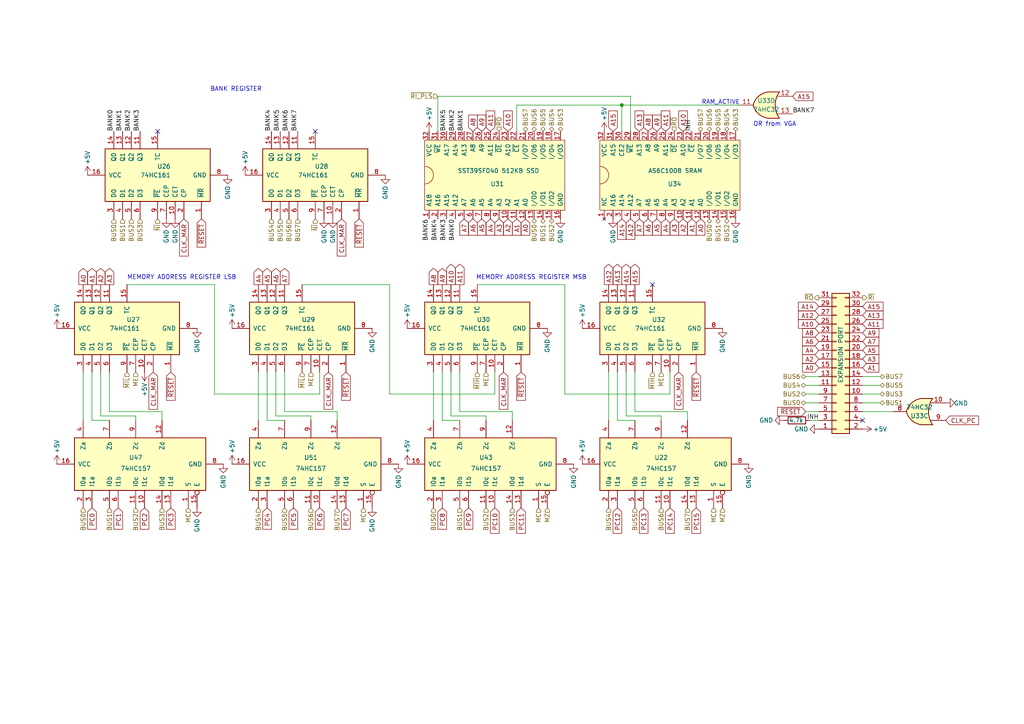
<source format=kicad_sch>
(kicad_sch (version 20231120) (generator "eeschema") (generator_version "8.0")
  (paper "A4")
  (title_block (title "RAM, ROM and MAR") (date "2024-10-10") (rev "1.1") (comment 2 "creativecommons.org/licenses/by-nc-sa/4.0/") (comment 3 "This work is licensed under CC BY-NC-SA 4.0") (comment 4 "Author: Carsten Herting (slu4)"))
  (lib_symbols
    (symbol "74xx:74LS157" (pin_names (offset 1.016))
      (property "Reference" "U" (at -7.62 19.05 0))
      (property "Value" "74LS157" (at -7.62 -21.59 0))
      (symbol "74LS157_1_0"
        (pin input line (at -12.7 -15.24 0) (length 5.08) (name "S") (number "1"))
        (pin input line (at -12.7 -2.54 0) (length 5.08) (name "I1c") (number "10"))
        (pin input line (at -12.7 0 0) (length 5.08) (name "I0c") (number "11"))
        (pin output line (at 12.7 -7.62 180) (length 5.08) (name "Zd") (number "12"))
        (pin input line (at -12.7 -10.16 0) (length 5.08) (name "I1d") (number "13"))
        (pin input line (at -12.7 -7.62 0) (length 5.08) (name "I0d") (number "14"))
        (pin input inverted (at -12.7 -17.78 0) (length 5.08) (name "E") (number "15"))
        (pin power_in line (at 0 22.86 270) (length 5.08) (name "VCC") (number "16"))
        (pin input line (at -12.7 15.24 0) (length 5.08) (name "I0a") (number "2"))
        (pin input line (at -12.7 12.7 0) (length 5.08) (name "I1a") (number "3"))
        (pin output line (at 12.7 15.24 180) (length 5.08) (name "Za") (number "4"))
        (pin input line (at -12.7 7.62 0) (length 5.08) (name "I0b") (number "5"))
        (pin input line (at -12.7 5.08 0) (length 5.08) (name "I1b") (number "6"))
        (pin output line (at 12.7 7.62 180) (length 5.08) (name "Zb") (number "7"))
        (pin power_in line (at 0 -25.4 90) (length 5.08) (name "GND") (number "8"))
        (pin output line (at 12.7 0 180) (length 5.08) (name "Zc") (number "9"))
      )
      (symbol "74LS157_1_1"
        (rectangle (start -7.62 17.78) (end 7.62 -20.32) (stroke (width 0.254)) (fill (type background)))
      )
    )
    (symbol "8-Bit CPU 32k:74HC161" (pin_names (offset 1.016))
      (property "Reference" "U" (at -7.62 16.51 0))
      (property "Value" "74HC161" (at -7.62 -16.51 0))
      (symbol "74HC161_1_0"
        (pin input line (at -12.7 -12.7 0) (length 5.08) (name "~{MR}") (number "1"))
        (pin input line (at -12.7 -5.08 0) (length 5.08) (name "CET") (number "10"))
        (pin output line (at 12.7 5.08 180) (length 5.08) (name "Q3") (number "11"))
        (pin output line (at 12.7 7.62 180) (length 5.08) (name "Q2") (number "12"))
        (pin output line (at 12.7 10.16 180) (length 5.08) (name "Q1") (number "13"))
        (pin output line (at 12.7 12.7 180) (length 5.08) (name "Q0") (number "14"))
        (pin output line (at 12.7 0 180) (length 5.08) (name "TC") (number "15"))
        (pin power_in line (at 0 20.32 270) (length 5.08) (name "VCC") (number "16"))
        (pin input line (at -12.7 -7.62 0) (length 5.08) (name "CP") (number "2"))
        (pin input line (at -12.7 12.7 0) (length 5.08) (name "D0") (number "3"))
        (pin input line (at -12.7 10.16 0) (length 5.08) (name "D1") (number "4"))
        (pin input line (at -12.7 7.62 0) (length 5.08) (name "D2") (number "5"))
        (pin input line (at -12.7 5.08 0) (length 5.08) (name "D3") (number "6"))
        (pin input line (at -12.7 -2.54 0) (length 5.08) (name "CEP") (number "7"))
        (pin power_in line (at 0 -20.32 90) (length 5.08) (name "GND") (number "8"))
        (pin input line (at -12.7 0 0) (length 5.08) (name "~{PE}") (number "9"))
      )
      (symbol "74HC161_1_1"
        (rectangle (start -7.62 15.24) (end 7.62 -15.24) (stroke (width 0.254)) (fill (type background)))
      )
    )
    (symbol "8-Bit CPU 32k:74HC32" (pin_names (offset 1.016))
      (property "Reference" "U" (at 0 1.27 0))
      (property "Value" "74HC32" (at 0 -1.27 0))
      (symbol "74HC32_1_1"
        (arc (start -3.81 -3.81) (mid -2.589 0) (end -3.81 3.81) (stroke (width 0.254)))
        (arc (start -0.6096 -3.81) (mid 2.1842 -2.5851) (end 3.81 0) (stroke (width 0.254)) (fill (type background)))
        (polyline (pts (xy -3.81 -3.81) (xy -0.635 -3.81)) (stroke (width 0.254)) (fill (type background)))
        (polyline (pts (xy -3.81 3.81) (xy -0.635 3.81)) (stroke (width 0.254)) (fill (type background)))
        (polyline (pts (xy -0.635 3.81) (xy -3.81 3.81) (xy -3.81 3.81) (xy -3.556 3.4036) (xy -3.0226 2.2606) (xy -2.6924 1.0414) (xy -2.6162 -0.254) (xy -2.7686 -1.4986) (xy -3.175 -2.7178) (xy -3.81 -3.81) (xy -3.81 -3.81) (xy -0.635 -3.81)) (stroke (width -25.4)) (fill (type background)))
        (arc (start 3.81 0) (mid 2.1915 2.5936) (end -0.6096 3.81) (stroke (width 0.254)) (fill (type background)))
        (pin input line (at -7.62 2.54 0) (length 4.318) (name "~") (number "1"))
        (pin input line (at -7.62 -2.54 0) (length 4.318) (name "~") (number "2"))
        (pin output line (at 7.62 0 180) (length 3.81) (name "~") (number "3"))
      )
      (symbol "74HC32_1_2"
        (arc (start 0 -3.81) (mid 3.7934 0) (end 0 3.81) (stroke (width 0.254)) (fill (type background)))
        (polyline (pts (xy 0 3.81) (xy -3.81 3.81) (xy -3.81 -3.81) (xy 0 -3.81)) (stroke (width 0.254)) (fill (type background)))
        (pin input inverted (at -7.62 2.54 0) (length 3.81) (name "~") (number "1"))
        (pin input inverted (at -7.62 -2.54 0) (length 3.81) (name "~") (number "2"))
        (pin output inverted (at 7.62 0 180) (length 3.81) (name "~") (number "3"))
      )
      (symbol "74HC32_2_1"
        (arc (start -3.81 -3.81) (mid -2.589 0) (end -3.81 3.81) (stroke (width 0.254)))
        (arc (start -0.6096 -3.81) (mid 2.1842 -2.5851) (end 3.81 0) (stroke (width 0.254)) (fill (type background)))
        (polyline (pts (xy -3.81 -3.81) (xy -0.635 -3.81)) (stroke (width 0.254)) (fill (type background)))
        (polyline (pts (xy -3.81 3.81) (xy -0.635 3.81)) (stroke (width 0.254)) (fill (type background)))
        (polyline (pts (xy -0.635 3.81) (xy -3.81 3.81) (xy -3.81 3.81) (xy -3.556 3.4036) (xy -3.0226 2.2606) (xy -2.6924 1.0414) (xy -2.6162 -0.254) (xy -2.7686 -1.4986) (xy -3.175 -2.7178) (xy -3.81 -3.81) (xy -3.81 -3.81) (xy -0.635 -3.81)) (stroke (width -25.4)) (fill (type background)))
        (arc (start 3.81 0) (mid 2.1915 2.5936) (end -0.6096 3.81) (stroke (width 0.254)) (fill (type background)))
        (pin input line (at -7.62 2.54 0) (length 4.318) (name "~") (number "4"))
        (pin input line (at -7.62 -2.54 0) (length 4.318) (name "~") (number "5"))
        (pin output line (at 7.62 0 180) (length 3.81) (name "~") (number "6"))
      )
      (symbol "74HC32_2_2"
        (arc (start 0 -3.81) (mid 3.7934 0) (end 0 3.81) (stroke (width 0.254)) (fill (type background)))
        (polyline (pts (xy 0 3.81) (xy -3.81 3.81) (xy -3.81 -3.81) (xy 0 -3.81)) (stroke (width 0.254)) (fill (type background)))
        (pin input inverted (at -7.62 2.54 0) (length 3.81) (name "~") (number "4"))
        (pin input inverted (at -7.62 -2.54 0) (length 3.81) (name "~") (number "5"))
        (pin output inverted (at 7.62 0 180) (length 3.81) (name "~") (number "6"))
      )
      (symbol "74HC32_3_1"
        (arc (start -3.81 -3.81) (mid -2.589 0) (end -3.81 3.81) (stroke (width 0.254)))
        (arc (start -0.6096 -3.81) (mid 2.1842 -2.5851) (end 3.81 0) (stroke (width 0.254)) (fill (type background)))
        (polyline (pts (xy -3.81 -3.81) (xy -0.635 -3.81)) (stroke (width 0.254)) (fill (type background)))
        (polyline (pts (xy -3.81 3.81) (xy -0.635 3.81)) (stroke (width 0.254)) (fill (type background)))
        (polyline (pts (xy -0.635 3.81) (xy -3.81 3.81) (xy -3.81 3.81) (xy -3.556 3.4036) (xy -3.0226 2.2606) (xy -2.6924 1.0414) (xy -2.6162 -0.254) (xy -2.7686 -1.4986) (xy -3.175 -2.7178) (xy -3.81 -3.81) (xy -3.81 -3.81) (xy -0.635 -3.81)) (stroke (width -25.4)) (fill (type background)))
        (arc (start 3.81 0) (mid 2.1915 2.5936) (end -0.6096 3.81) (stroke (width 0.254)) (fill (type background)))
        (pin input line (at -7.62 -2.54 0) (length 4.318) (name "~") (number "10"))
        (pin output line (at 7.62 0 180) (length 3.81) (name "~") (number "8"))
        (pin input line (at -7.62 2.54 0) (length 4.318) (name "~") (number "9"))
      )
      (symbol "74HC32_3_2"
        (arc (start 0 -3.81) (mid 3.7934 0) (end 0 3.81) (stroke (width 0.254)) (fill (type background)))
        (polyline (pts (xy 0 3.81) (xy -3.81 3.81) (xy -3.81 -3.81) (xy 0 -3.81)) (stroke (width 0.254)) (fill (type background)))
        (pin input inverted (at -7.62 -2.54 0) (length 3.81) (name "~") (number "10"))
        (pin output inverted (at 7.62 0 180) (length 3.81) (name "~") (number "8"))
        (pin input inverted (at -7.62 2.54 0) (length 3.81) (name "~") (number "9"))
      )
      (symbol "74HC32_4_1"
        (arc (start -3.81 -3.81) (mid -2.589 0) (end -3.81 3.81) (stroke (width 0.254)))
        (arc (start -0.6096 -3.81) (mid 2.1842 -2.5851) (end 3.81 0) (stroke (width 0.254)) (fill (type background)))
        (polyline (pts (xy -3.81 -3.81) (xy -0.635 -3.81)) (stroke (width 0.254)) (fill (type background)))
        (polyline (pts (xy -3.81 3.81) (xy -0.635 3.81)) (stroke (width 0.254)) (fill (type background)))
        (polyline (pts (xy -0.635 3.81) (xy -3.81 3.81) (xy -3.81 3.81) (xy -3.556 3.4036) (xy -3.0226 2.2606) (xy -2.6924 1.0414) (xy -2.6162 -0.254) (xy -2.7686 -1.4986) (xy -3.175 -2.7178) (xy -3.81 -3.81) (xy -3.81 -3.81) (xy -0.635 -3.81)) (stroke (width -25.4)) (fill (type background)))
        (arc (start 3.81 0) (mid 2.1915 2.5936) (end -0.6096 3.81) (stroke (width 0.254)) (fill (type background)))
        (pin output line (at 7.62 0 180) (length 3.81) (name "~") (number "11"))
        (pin input line (at -7.62 2.54 0) (length 4.318) (name "~") (number "12"))
        (pin input line (at -7.62 -2.54 0) (length 4.318) (name "~") (number "13"))
      )
      (symbol "74HC32_4_2"
        (arc (start 0 -3.81) (mid 3.7934 0) (end 0 3.81) (stroke (width 0.254)) (fill (type background)))
        (polyline (pts (xy 0 3.81) (xy -3.81 3.81) (xy -3.81 -3.81) (xy 0 -3.81)) (stroke (width 0.254)) (fill (type background)))
        (pin output inverted (at 7.62 0 180) (length 3.81) (name "~") (number "11"))
        (pin input inverted (at -7.62 2.54 0) (length 3.81) (name "~") (number "12"))
        (pin input inverted (at -7.62 -2.54 0) (length 3.81) (name "~") (number "13"))
      )
      (symbol "74HC32_5_0"
        (pin power_in line (at 0 12.7 270) (length 5.08) (name "VCC") (number "14"))
        (pin power_in line (at 0 -12.7 90) (length 5.08) (name "GND") (number "7"))
      )
      (symbol "74HC32_5_1"
        (rectangle (start -5.08 7.62) (end 5.08 -7.62) (stroke (width 0.254)) (fill (type background)))
      )
    )
    (symbol "8-Bit CPU 32k:AS6C1008" (pin_names (offset 1.016))
      (property "Reference" "U" (at -1.27 2.54 90))
      (property "Value" "AS6C1008" (at 2.54 2.54 90))
      (symbol "AS6C1008_0_1"
        (rectangle (start -10.16 24.13) (end 10.16 -16.51) (fill (type background)))
        (arc (start -2.54 24.13) (mid 0 21.601) (end 2.54 24.13))
      )
      (symbol "AS6C1008_1_1"
        (pin no_connect line (at -12.7 22.86 0) (length 2.54) (name "NC") (number "1"))
        (pin input line (at -12.7 0 0) (length 2.54) (name "A2") (number "10"))
        (pin input line (at -12.7 -2.54 0) (length 2.54) (name "A1") (number "11"))
        (pin input line (at -12.7 -5.08 0) (length 2.54) (name "A0") (number "12"))
        (pin bidirectional line (at -12.7 -7.62 0) (length 2.54) (name "I/O0") (number "13"))
        (pin bidirectional line (at -12.7 -10.16 0) (length 2.54) (name "I/O1") (number "14"))
        (pin bidirectional line (at -12.7 -12.7 0) (length 2.54) (name "I/O2") (number "15"))
        (pin power_in line (at -12.7 -15.24 0) (length 2.54) (name "GND") (number "16"))
        (pin bidirectional line (at 12.7 -15.24 180) (length 2.54) (name "I/O3") (number "17"))
        (pin bidirectional line (at 12.7 -12.7 180) (length 2.54) (name "I/O4") (number "18"))
        (pin bidirectional line (at 12.7 -10.16 180) (length 2.54) (name "I/O5") (number "19"))
        (pin input line (at -12.7 20.32 0) (length 2.54) (name "A16") (number "2"))
        (pin bidirectional line (at 12.7 -7.62 180) (length 2.54) (name "I/O6") (number "20"))
        (pin bidirectional line (at 12.7 -5.08 180) (length 2.54) (name "I/O7") (number "21"))
        (pin input line (at 12.7 -2.54 180) (length 2.54) (name "~{CE}") (number "22"))
        (pin input line (at 12.7 0 180) (length 2.54) (name "A10") (number "23"))
        (pin input line (at 12.7 2.54 180) (length 2.54) (name "~{OE}") (number "24"))
        (pin input line (at 12.7 5.08 180) (length 2.54) (name "A11") (number "25"))
        (pin input line (at 12.7 7.62 180) (length 2.54) (name "A9") (number "26"))
        (pin input line (at 12.7 10.16 180) (length 2.54) (name "A8") (number "27"))
        (pin input line (at 12.7 12.7 180) (length 2.54) (name "A13") (number "28"))
        (pin input line (at 12.7 15.24 180) (length 2.54) (name "~{WE}") (number "29"))
        (pin input line (at -12.7 17.78 0) (length 2.54) (name "A14") (number "3"))
        (pin input line (at 12.7 17.78 180) (length 2.54) (name "CE2") (number "30"))
        (pin input line (at 12.7 20.32 180) (length 2.54) (name "A15") (number "31"))
        (pin power_in line (at 12.7 22.86 180) (length 2.54) (name "VCC") (number "32"))
        (pin input line (at -12.7 15.24 0) (length 2.54) (name "A12") (number "4"))
        (pin input line (at -12.7 12.7 0) (length 2.54) (name "A7") (number "5"))
        (pin input line (at -12.7 10.16 0) (length 2.54) (name "A6") (number "6"))
        (pin input line (at -12.7 7.62 0) (length 2.54) (name "A5") (number "7"))
        (pin input line (at -12.7 5.08 0) (length 2.54) (name "A4") (number "8"))
        (pin input line (at -12.7 2.54 0) (length 2.54) (name "A3") (number "9"))
      )
    )
    (symbol "8-Bit CPU 32k:SST39SF040A" (pin_names (offset 1.016))
      (property "Reference" "U" (at -1.27 2.54 90))
      (property "Value" "SST39SF040A" (at 2.54 2.54 90))
      (symbol "SST39SF040A_0_1"
        (rectangle (start -10.16 24.13) (end 10.16 -16.51) (fill (type background)))
        (arc (start -2.54 24.13) (mid 0 21.601) (end 2.54 24.13))
      )
      (symbol "SST39SF040A_1_1"
        (pin input line (at -12.7 22.86 0) (length 2.54) (name "A18") (number "1"))
        (pin input line (at -12.7 0 0) (length 2.54) (name "A2") (number "10"))
        (pin input line (at -12.7 -2.54 0) (length 2.54) (name "A1") (number "11"))
        (pin input line (at -12.7 -5.08 0) (length 2.54) (name "A0") (number "12"))
        (pin bidirectional line (at -12.7 -7.62 0) (length 2.54) (name "I/O0") (number "13"))
        (pin bidirectional line (at -12.7 -10.16 0) (length 2.54) (name "I/O1") (number "14"))
        (pin bidirectional line (at -12.7 -12.7 0) (length 2.54) (name "I/O2") (number "15"))
        (pin power_in line (at -12.7 -15.24 0) (length 2.54) (name "GND") (number "16"))
        (pin bidirectional line (at 12.7 -15.24 180) (length 2.54) (name "I/O3") (number "17"))
        (pin bidirectional line (at 12.7 -12.7 180) (length 2.54) (name "I/O4") (number "18"))
        (pin bidirectional line (at 12.7 -10.16 180) (length 2.54) (name "I/O5") (number "19"))
        (pin input line (at -12.7 20.32 0) (length 2.54) (name "A16") (number "2"))
        (pin bidirectional line (at 12.7 -7.62 180) (length 2.54) (name "I/O6") (number "20"))
        (pin bidirectional line (at 12.7 -5.08 180) (length 2.54) (name "I/O7") (number "21"))
        (pin input line (at 12.7 -2.54 180) (length 2.54) (name "~{CE}") (number "22"))
        (pin input line (at 12.7 0 180) (length 2.54) (name "A10") (number "23"))
        (pin input line (at 12.7 2.54 180) (length 2.54) (name "~{OE}") (number "24"))
        (pin input line (at 12.7 5.08 180) (length 2.54) (name "A11") (number "25"))
        (pin input line (at 12.7 7.62 180) (length 2.54) (name "A9") (number "26"))
        (pin input line (at 12.7 10.16 180) (length 2.54) (name "A8") (number "27"))
        (pin input line (at 12.7 12.7 180) (length 2.54) (name "A13") (number "28"))
        (pin input line (at 12.7 15.24 180) (length 2.54) (name "A14") (number "29"))
        (pin input line (at -12.7 17.78 0) (length 2.54) (name "A15") (number "3"))
        (pin input line (at 12.7 17.78 180) (length 2.54) (name "A17") (number "30"))
        (pin input line (at 12.7 20.32 180) (length 2.54) (name "~{WE}") (number "31"))
        (pin power_in line (at 12.7 22.86 180) (length 2.54) (name "VCC") (number "32"))
        (pin input line (at -12.7 15.24 0) (length 2.54) (name "A12") (number "4"))
        (pin input line (at -12.7 12.7 0) (length 2.54) (name "A7") (number "5"))
        (pin input line (at -12.7 10.16 0) (length 2.54) (name "A6") (number "6"))
        (pin input line (at -12.7 7.62 0) (length 2.54) (name "A5") (number "7"))
        (pin input line (at -12.7 5.08 0) (length 2.54) (name "A4") (number "8"))
        (pin input line (at -12.7 2.54 0) (length 2.54) (name "A3") (number "9"))
      )
    )
    (symbol "Connector_Generic:Conn_02x16_Odd_Even" (pin_names (offset 1.016) hide)
      (property "Reference" "J" (at 1.27 20.32 0))
      (property "Value" "Conn_02x16_Odd_Even" (at 1.27 -22.86 0))
      (symbol "Conn_02x16_Odd_Even_1_1"
        (rectangle (start -1.27 -20.193) (end 0 -20.447) (stroke (width 0.1524)))
        (rectangle (start -1.27 -17.653) (end 0 -17.907) (stroke (width 0.1524)))
        (rectangle (start -1.27 -15.113) (end 0 -15.367) (stroke (width 0.1524)))
        (rectangle (start -1.27 -12.573) (end 0 -12.827) (stroke (width 0.1524)))
        (rectangle (start -1.27 -10.033) (end 0 -10.287) (stroke (width 0.1524)))
        (rectangle (start -1.27 -7.493) (end 0 -7.747) (stroke (width 0.1524)))
        (rectangle (start -1.27 -4.953) (end 0 -5.207) (stroke (width 0.1524)))
        (rectangle (start -1.27 -2.413) (end 0 -2.667) (stroke (width 0.1524)))
        (rectangle (start -1.27 0.127) (end 0 -0.127) (stroke (width 0.1524)))
        (rectangle (start -1.27 2.667) (end 0 2.413) (stroke (width 0.1524)))
        (rectangle (start -1.27 5.207) (end 0 4.953) (stroke (width 0.1524)))
        (rectangle (start -1.27 7.747) (end 0 7.493) (stroke (width 0.1524)))
        (rectangle (start -1.27 10.287) (end 0 10.033) (stroke (width 0.1524)))
        (rectangle (start -1.27 12.827) (end 0 12.573) (stroke (width 0.1524)))
        (rectangle (start -1.27 15.367) (end 0 15.113) (stroke (width 0.1524)))
        (rectangle (start -1.27 17.907) (end 0 17.653) (stroke (width 0.1524)))
        (rectangle (start -1.27 19.05) (end 3.81 -21.59) (stroke (width 0.254)) (fill (type background)))
        (rectangle (start 3.81 -20.193) (end 2.54 -20.447) (stroke (width 0.1524)))
        (rectangle (start 3.81 -17.653) (end 2.54 -17.907) (stroke (width 0.1524)))
        (rectangle (start 3.81 -15.113) (end 2.54 -15.367) (stroke (width 0.1524)))
        (rectangle (start 3.81 -12.573) (end 2.54 -12.827) (stroke (width 0.1524)))
        (rectangle (start 3.81 -10.033) (end 2.54 -10.287) (stroke (width 0.1524)))
        (rectangle (start 3.81 -7.493) (end 2.54 -7.747) (stroke (width 0.1524)))
        (rectangle (start 3.81 -4.953) (end 2.54 -5.207) (stroke (width 0.1524)))
        (rectangle (start 3.81 -2.413) (end 2.54 -2.667) (stroke (width 0.1524)))
        (rectangle (start 3.81 0.127) (end 2.54 -0.127) (stroke (width 0.1524)))
        (rectangle (start 3.81 2.667) (end 2.54 2.413) (stroke (width 0.1524)))
        (rectangle (start 3.81 5.207) (end 2.54 4.953) (stroke (width 0.1524)))
        (rectangle (start 3.81 7.747) (end 2.54 7.493) (stroke (width 0.1524)))
        (rectangle (start 3.81 10.287) (end 2.54 10.033) (stroke (width 0.1524)))
        (rectangle (start 3.81 12.827) (end 2.54 12.573) (stroke (width 0.1524)))
        (rectangle (start 3.81 15.367) (end 2.54 15.113) (stroke (width 0.1524)))
        (rectangle (start 3.81 17.907) (end 2.54 17.653) (stroke (width 0.1524)))
        (pin passive line (at -5.08 17.78 0) (length 3.81) (name "Pin_1") (number "1"))
        (pin passive line (at 7.62 7.62 180) (length 3.81) (name "Pin_10") (number "10"))
        (pin passive line (at -5.08 5.08 0) (length 3.81) (name "Pin_11") (number "11"))
        (pin passive line (at 7.62 5.08 180) (length 3.81) (name "Pin_12") (number "12"))
        (pin passive line (at -5.08 2.54 0) (length 3.81) (name "Pin_13") (number "13"))
        (pin passive line (at 7.62 2.54 180) (length 3.81) (name "Pin_14") (number "14"))
        (pin passive line (at -5.08 0 0) (length 3.81) (name "Pin_15") (number "15"))
        (pin passive line (at 7.62 0 180) (length 3.81) (name "Pin_16") (number "16"))
        (pin passive line (at -5.08 -2.54 0) (length 3.81) (name "Pin_17") (number "17"))
        (pin passive line (at 7.62 -2.54 180) (length 3.81) (name "Pin_18") (number "18"))
        (pin passive line (at -5.08 -5.08 0) (length 3.81) (name "Pin_19") (number "19"))
        (pin passive line (at 7.62 17.78 180) (length 3.81) (name "Pin_2") (number "2"))
        (pin passive line (at 7.62 -5.08 180) (length 3.81) (name "Pin_20") (number "20"))
        (pin passive line (at -5.08 -7.62 0) (length 3.81) (name "Pin_21") (number "21"))
        (pin passive line (at 7.62 -7.62 180) (length 3.81) (name "Pin_22") (number "22"))
        (pin passive line (at -5.08 -10.16 0) (length 3.81) (name "Pin_23") (number "23"))
        (pin passive line (at 7.62 -10.16 180) (length 3.81) (name "Pin_24") (number "24"))
        (pin passive line (at -5.08 -12.7 0) (length 3.81) (name "Pin_25") (number "25"))
        (pin passive line (at 7.62 -12.7 180) (length 3.81) (name "Pin_26") (number "26"))
        (pin passive line (at -5.08 -15.24 0) (length 3.81) (name "Pin_27") (number "27"))
        (pin passive line (at 7.62 -15.24 180) (length 3.81) (name "Pin_28") (number "28"))
        (pin passive line (at -5.08 -17.78 0) (length 3.81) (name "Pin_29") (number "29"))
        (pin passive line (at -5.08 15.24 0) (length 3.81) (name "Pin_3") (number "3"))
        (pin passive line (at 7.62 -17.78 180) (length 3.81) (name "Pin_30") (number "30"))
        (pin passive line (at -5.08 -20.32 0) (length 3.81) (name "Pin_31") (number "31"))
        (pin passive line (at 7.62 -20.32 180) (length 3.81) (name "Pin_32") (number "32"))
        (pin passive line (at 7.62 15.24 180) (length 3.81) (name "Pin_4") (number "4"))
        (pin passive line (at -5.08 12.7 0) (length 3.81) (name "Pin_5") (number "5"))
        (pin passive line (at 7.62 12.7 180) (length 3.81) (name "Pin_6") (number "6"))
        (pin passive line (at -5.08 10.16 0) (length 3.81) (name "Pin_7") (number "7"))
        (pin passive line (at 7.62 10.16 180) (length 3.81) (name "Pin_8") (number "8"))
        (pin passive line (at -5.08 7.62 0) (length 3.81) (name "Pin_9") (number "9"))
      )
    )
    (symbol "Device:R" (pin_numbers hide) (pin_names (offset 0))
      (property "Reference" "R" (at 2.032 0 90))
      (property "Value" "R" (at 0 0 90))
      (symbol "R_0_1"
        (rectangle (start -1.016 -2.54) (end 1.016 2.54) (stroke (width 0.254)))
      )
      (symbol "R_1_1"
        (pin passive line (at 0 3.81 270) (length 1.27) (name "~") (number "1"))
        (pin passive line (at 0 -3.81 90) (length 1.27) (name "~") (number "2"))
      )
    )
    (symbol "power:+5V" (power) (pin_names (offset 0))
      (property "Value" "+5V" (at 0 3.556 0))
      (symbol "+5V_0_1"
        (polyline (pts (xy -0.762 1.27) (xy 0 2.54)))
        (polyline (pts (xy 0 0) (xy 0 2.54)))
        (polyline (pts (xy 0 2.54) (xy 0.762 1.27)))
      )
      (symbol "+5V_1_1"
        (pin power_in line (at 0 0 90) (length 0) hide (name "+5V") (number "1"))
      )
    )
    (symbol "power:GND" (power) (pin_names (offset 0))
      (property "Value" "GND" (at 0 -3.81 0))
      (symbol "GND_0_1"
        (polyline (pts (xy 0 0) (xy 0 -1.27) (xy 1.27 -1.27) (xy 0 -2.54) (xy -1.27 -1.27) (xy 0 -1.27)))
      )
      (symbol "GND_1_1"
        (pin power_in line (at 0 0 270) (length 0) hide (name "GND") (number "1"))
      )
    )
  )
  (junction (at 180.34 30.48))
  (no_connect (at 250.19 121.92))
  (no_connect (at 45.72 38.1))
  (no_connect (at 189.23 82.55))
  (no_connect (at 91.44 38.1))
  (wire (pts (xy 138.43 82.55) (xy 163.83 82.55)))
  (wire (pts (xy 140.97 121.92) (xy 140.97 120.65)))
  (wire (pts (xy 233.68 109.22) (xy 237.49 109.22)))
  (wire (pts (xy 24.13 121.92) (xy 24.13 107.95)))
  (wire (pts (xy 127 27.94) (xy 182.88 27.94)))
  (wire (pts (xy 133.35 107.95) (xy 133.35 119.38)))
  (wire (pts (xy 90.17 120.65) (xy 80.01 120.65)))
  (wire (pts (xy 181.61 120.65) (xy 181.61 107.95)))
  (wire (pts (xy 184.15 119.38) (xy 199.39 119.38)))
  (wire (pts (xy 250.19 111.76) (xy 255.27 111.76)))
  (wire (pts (xy 259.08 119.38) (xy 250.19 119.38)))
  (wire (pts (xy 92.71 114.3) (xy 92.71 107.95)))
  (wire (pts (xy 250.19 109.22) (xy 255.27 109.22)))
  (wire (pts (xy 234.95 121.92) (xy 237.49 121.92)))
  (wire (pts (xy 149.86 30.48) (xy 180.34 30.48)))
  (wire (pts (xy 113.03 114.3) (xy 143.51 114.3)))
  (wire (pts (xy 29.21 120.65) (xy 29.21 107.95)))
  (wire (pts (xy 130.81 120.65) (xy 130.81 107.95)))
  (wire (pts (xy 255.27 114.3) (xy 250.19 114.3)))
  (wire (pts (xy 133.35 119.38) (xy 148.59 119.38)))
  (wire (pts (xy 82.55 119.38) (xy 97.79 119.38)))
  (wire (pts (xy 180.34 38.1) (xy 180.34 30.48)))
  (wire (pts (xy 31.75 119.38) (xy 46.99 119.38)))
  (wire (pts (xy 74.93 121.92) (xy 74.93 107.95)))
  (wire (pts (xy 82.55 107.95) (xy 82.55 119.38)))
  (wire (pts (xy 62.23 82.55) (xy 62.23 114.3)))
  (wire (pts (xy 148.59 119.38) (xy 148.59 121.92)))
  (wire (pts (xy 97.79 119.38) (xy 97.79 121.92)))
  (wire (pts (xy 182.88 27.94) (xy 182.88 38.1)))
  (wire (pts (xy 113.03 114.3) (xy 113.03 82.55)))
  (wire (pts (xy 127 27.94) (xy 127 38.1)))
  (wire (pts (xy 163.83 114.3) (xy 194.31 114.3)))
  (wire (pts (xy 46.99 119.38) (xy 46.99 121.92)))
  (wire (pts (xy 125.73 121.92) (xy 125.73 107.95)))
  (wire (pts (xy 191.77 120.65) (xy 181.61 120.65)))
  (wire (pts (xy 194.31 114.3) (xy 194.31 107.95)))
  (wire (pts (xy 62.23 114.3) (xy 92.71 114.3)))
  (wire (pts (xy 80.01 120.65) (xy 80.01 107.95)))
  (wire (pts (xy 39.37 120.65) (xy 29.21 120.65)))
  (wire (pts (xy 77.47 121.92) (xy 77.47 107.95)))
  (wire (pts (xy 90.17 121.92) (xy 90.17 120.65)))
  (wire (pts (xy 179.07 121.92) (xy 179.07 107.95)))
  (wire (pts (xy 87.63 82.55) (xy 113.03 82.55)))
  (wire (pts (xy 199.39 119.38) (xy 199.39 121.92)))
  (wire (pts (xy 128.27 121.92) (xy 128.27 107.95)))
  (wire (pts (xy 143.51 114.3) (xy 143.51 107.95)))
  (wire (pts (xy 133.35 121.92) (xy 128.27 121.92)))
  (wire (pts (xy 31.75 107.95) (xy 31.75 119.38)))
  (wire (pts (xy 82.55 121.92) (xy 77.47 121.92)))
  (wire (pts (xy 180.34 30.48) (xy 214.63 30.48)))
  (wire (pts (xy 31.75 121.92) (xy 26.67 121.92)))
  (wire (pts (xy 237.49 111.76) (xy 233.68 111.76)))
  (wire (pts (xy 163.83 82.55) (xy 163.83 114.3)))
  (wire (pts (xy 237.49 114.3) (xy 233.68 114.3)))
  (wire (pts (xy 176.53 121.92) (xy 176.53 107.95)))
  (wire (pts (xy 191.77 121.92) (xy 191.77 120.65)))
  (wire (pts (xy 149.86 30.48) (xy 149.86 38.1)))
  (wire (pts (xy 184.15 107.95) (xy 184.15 119.38)))
  (wire (pts (xy 184.15 121.92) (xy 179.07 121.92)))
  (wire (pts (xy 233.68 119.38) (xy 237.49 119.38)))
  (wire (pts (xy 39.37 121.92) (xy 39.37 120.65)))
  (wire (pts (xy 140.97 120.65) (xy 130.81 120.65)))
  (wire (pts (xy 36.83 82.55) (xy 62.23 82.55)))
  (wire (pts (xy 26.67 121.92) (xy 26.67 107.95)))
  (wire (pts (xy 250.19 116.84) (xy 255.27 116.84)))
  (wire (pts (xy 237.49 116.84) (xy 233.68 116.84)))
  (text "MEMORY ADDRESS REGISTER MSB" (at 170.18 81.28 0) (effects (font (size 1.27 1.27)) (justify right bottom)))
  (text "OR from VGA" (at 218.44 36.83 0) (effects (font (size 1.27 1.27)) (justify left bottom)))
  (text "MEMORY ADDRESS REGISTER LSB" (at 68.58 81.28 0) (effects (font (size 1.27 1.27)) (justify right bottom)))
  (text "RAM_ACTIVE" (at 214.63 30.48 0) (effects (font (size 1.27 1.27)) (justify right bottom)))
  (text "BANK REGISTER" (at 60.96 26.67 0) (effects (font (size 1.27 1.27)) (justify left bottom)))
  (label "BANK4" (at 127 63.5 270))
  (label "BANK4" (at 78.74 38.1 90))
  (label "BANK5" (at 129.54 38.1 90))
  (label "BANK3" (at 40.64 38.1 90))
  (label "INH" (at 200.66 38.1 90))
  (label "BANK1" (at 35.56 38.1 90))
  (label "BANK0" (at 132.08 63.5 270))
  (label "BANK7" (at 86.36 38.1 90))
  (label "BANK2" (at 38.1 38.1 90))
  (label "BANK0" (at 33.02 38.1 90))
  (label "BANK7" (at 229.87 33.02 0))
  (label "INH" (at 237.49 121.92 180))
  (label "BANK6" (at 124.46 63.5 270))
  (label "BANK1" (at 134.62 38.1 90))
  (label "BANK5" (at 81.28 38.1 90))
  (label "BANK6" (at 83.82 38.1 90))
  (label "BANK3" (at 129.54 63.5 270))
  (label "BANK2" (at 132.08 38.1 90))
  (global_label "A12" (shape output) (at 176.53 82.55 90) (property "Intersheetrefs" "${INTERSHEET_REFS}" (effects (hide yes))))
  (global_label "A12" (shape input) (at 182.88 63.5 270) (property "Intersheetrefs" "${INTERSHEET_REFS}" (effects (hide yes))))
  (global_label "A2" (shape output) (at 29.21 82.55 90) (property "Intersheetrefs" "${INTERSHEET_REFS}" (effects (hide yes))))
  (global_label "PC1" (shape input) (at 34.29 147.32 270) (property "Intersheetrefs" "${INTERSHEET_REFS}" (effects (hide yes))))
  (global_label "A12" (shape input) (at 237.49 91.44 180) (property "Intersheetrefs" "${INTERSHEET_REFS}" (effects (hide yes))))
  (global_label "PC0" (shape input) (at 26.67 147.32 270) (property "Intersheetrefs" "${INTERSHEET_REFS}" (effects (hide yes))))
  (global_label "A15" (shape output) (at 184.15 82.55 90) (property "Intersheetrefs" "${INTERSHEET_REFS}" (effects (hide yes))))
  (global_label "PC12" (shape input) (at 179.07 147.32 270) (property "Intersheetrefs" "${INTERSHEET_REFS}" (effects (hide yes))))
  (global_label "A8" (shape input) (at 187.96 38.1 90) (property "Intersheetrefs" "${INTERSHEET_REFS}" (effects (hide yes))))
  (global_label "A13" (shape input) (at 185.42 38.1 90) (property "Intersheetrefs" "${INTERSHEET_REFS}" (effects (hide yes))))
  (global_label "A1" (shape input) (at 250.19 106.68 0) (property "Intersheetrefs" "${INTERSHEET_REFS}" (effects (hide yes))))
  (global_label "A8" (shape input) (at 137.16 38.1 90) (property "Intersheetrefs" "${INTERSHEET_REFS}" (effects (hide yes))))
  (global_label "PC13" (shape input) (at 186.69 147.32 270) (property "Intersheetrefs" "${INTERSHEET_REFS}" (effects (hide yes))))
  (global_label "A11" (shape input) (at 193.04 38.1 90) (property "Intersheetrefs" "${INTERSHEET_REFS}" (effects (hide yes))))
  (global_label "A1" (shape output) (at 26.67 82.55 90) (property "Intersheetrefs" "${INTERSHEET_REFS}" (effects (hide yes))))
  (global_label "A0" (shape input) (at 237.49 106.68 180) (property "Intersheetrefs" "${INTERSHEET_REFS}" (effects (hide yes))))
  (global_label "A9" (shape output) (at 128.27 82.55 90) (property "Intersheetrefs" "${INTERSHEET_REFS}" (effects (hide yes))))
  (global_label "A10" (shape input) (at 147.32 38.1 90) (property "Intersheetrefs" "${INTERSHEET_REFS}" (effects (hide yes))))
  (global_label "CLK_MAR" (shape input) (at 53.34 63.5 270) (property "Intersheetrefs" "${INTERSHEET_REFS}" (effects (hide yes))))
  (global_label "PC5" (shape input) (at 85.09 147.32 270) (property "Intersheetrefs" "${INTERSHEET_REFS}" (effects (hide yes))))
  (global_label "A0" (shape input) (at 203.2 63.5 270) (property "Intersheetrefs" "${INTERSHEET_REFS}" (effects (hide yes))))
  (global_label "CLK_MAR" (shape input) (at 196.85 107.95 270) (property "Intersheetrefs" "${INTERSHEET_REFS}" (effects (hide yes))))
  (global_label "A13" (shape output) (at 179.07 82.55 90) (property "Intersheetrefs" "${INTERSHEET_REFS}" (effects (hide yes))))
  (global_label "PC7" (shape input) (at 100.33 147.32 270) (property "Intersheetrefs" "${INTERSHEET_REFS}" (effects (hide yes))))
  (global_label "CLK_MAR" (shape input) (at 146.05 107.95 270) (property "Intersheetrefs" "${INTERSHEET_REFS}" (effects (hide yes))))
  (global_label "A6" (shape input) (at 237.49 99.06 180) (property "Intersheetrefs" "${INTERSHEET_REFS}" (effects (hide yes))))
  (global_label "~{RESET}" (shape input) (at 151.13 107.95 270) (property "Intersheetrefs" "${INTERSHEET_REFS}" (effects (hide yes))))
  (global_label "A2" (shape input) (at 147.32 63.5 270) (property "Intersheetrefs" "${INTERSHEET_REFS}" (effects (hide yes))))
  (global_label "PC15" (shape input) (at 201.93 147.32 270) (property "Intersheetrefs" "${INTERSHEET_REFS}" (effects (hide yes))))
  (global_label "A7" (shape input) (at 185.42 63.5 270) (property "Intersheetrefs" "${INTERSHEET_REFS}" (effects (hide yes))))
  (global_label "A9" (shape input) (at 190.5 38.1 90) (property "Intersheetrefs" "${INTERSHEET_REFS}" (effects (hide yes))))
  (global_label "A10" (shape input) (at 237.49 93.98 180) (property "Intersheetrefs" "${INTERSHEET_REFS}" (effects (hide yes))))
  (global_label "A4" (shape input) (at 237.49 101.6 180) (property "Intersheetrefs" "${INTERSHEET_REFS}" (effects (hide yes))))
  (global_label "PC14" (shape input) (at 194.31 147.32 270) (property "Intersheetrefs" "${INTERSHEET_REFS}" (effects (hide yes))))
  (global_label "A0" (shape output) (at 24.13 82.55 90) (property "Intersheetrefs" "${INTERSHEET_REFS}" (effects (hide yes))))
  (global_label "A7" (shape input) (at 250.19 99.06 0) (property "Intersheetrefs" "${INTERSHEET_REFS}" (effects (hide yes))))
  (global_label "A14" (shape output) (at 181.61 82.55 90) (property "Intersheetrefs" "${INTERSHEET_REFS}" (effects (hide yes))))
  (global_label "~{RESET}" (shape input) (at 49.53 107.95 270) (property "Intersheetrefs" "${INTERSHEET_REFS}" (effects (hide yes))))
  (global_label "A8" (shape input) (at 237.49 96.52 180) (property "Intersheetrefs" "${INTERSHEET_REFS}" (effects (hide yes))))
  (global_label "A11" (shape input) (at 142.24 38.1 90) (property "Intersheetrefs" "${INTERSHEET_REFS}" (effects (hide yes))))
  (global_label "A7" (shape output) (at 82.55 82.55 90) (property "Intersheetrefs" "${INTERSHEET_REFS}" (effects (hide yes))))
  (global_label "A10" (shape output) (at 130.81 82.55 90) (property "Intersheetrefs" "${INTERSHEET_REFS}" (effects (hide yes))))
  (global_label "A9" (shape input) (at 250.19 96.52 0) (property "Intersheetrefs" "${INTERSHEET_REFS}" (effects (hide yes))))
  (global_label "A15" (shape input) (at 250.19 88.9 0) (property "Intersheetrefs" "${INTERSHEET_REFS}" (effects (hide yes))))
  (global_label "A5" (shape input) (at 190.5 63.5 270) (property "Intersheetrefs" "${INTERSHEET_REFS}" (effects (hide yes))))
  (global_label "~{RESET}" (shape input) (at 233.68 119.38 180) (property "Intersheetrefs" "${INTERSHEET_REFS}" (effects (hide yes))))
  (global_label "CLK_PC" (shape input) (at 274.32 121.92 0) (property "Intersheetrefs" "${INTERSHEET_REFS}" (effects (hide yes))))
  (global_label "A9" (shape input) (at 139.7 38.1 90) (property "Intersheetrefs" "${INTERSHEET_REFS}" (effects (hide yes))))
  (global_label "A3" (shape input) (at 195.58 63.5 270) (property "Intersheetrefs" "${INTERSHEET_REFS}" (effects (hide yes))))
  (global_label "A0" (shape input) (at 152.4 63.5 270) (property "Intersheetrefs" "${INTERSHEET_REFS}" (effects (hide yes))))
  (global_label "A4" (shape input) (at 142.24 63.5 270) (property "Intersheetrefs" "${INTERSHEET_REFS}" (effects (hide yes))))
  (global_label "~{RESET}" (shape input) (at 58.42 63.5 270) (property "Intersheetrefs" "${INTERSHEET_REFS}" (effects (hide yes))))
  (global_label "CLK_MAR" (shape input) (at 95.25 107.95 270) (property "Intersheetrefs" "${INTERSHEET_REFS}" (effects (hide yes))))
  (global_label "PC11" (shape input) (at 151.13 147.32 270) (property "Intersheetrefs" "${INTERSHEET_REFS}" (effects (hide yes))))
  (global_label "CLK_MAR" (shape input) (at 99.06 63.5 270) (property "Intersheetrefs" "${INTERSHEET_REFS}" (effects (hide yes))))
  (global_label "PC4" (shape input) (at 77.47 147.32 270) (property "Intersheetrefs" "${INTERSHEET_REFS}" (effects (hide yes))))
  (global_label "A15" (shape input) (at 229.87 27.94 0) (property "Intersheetrefs" "${INTERSHEET_REFS}" (effects (hide yes))))
  (global_label "A5" (shape input) (at 139.7 63.5 270) (property "Intersheetrefs" "${INTERSHEET_REFS}" (effects (hide yes))))
  (global_label "PC3" (shape input) (at 49.53 147.32 270) (property "Intersheetrefs" "${INTERSHEET_REFS}" (effects (hide yes))))
  (global_label "A1" (shape input) (at 200.66 63.5 270) (property "Intersheetrefs" "${INTERSHEET_REFS}" (effects (hide yes))))
  (global_label "PC9" (shape input) (at 135.89 147.32 270) (property "Intersheetrefs" "${INTERSHEET_REFS}" (effects (hide yes))))
  (global_label "PC2" (shape input) (at 41.91 147.32 270) (property "Intersheetrefs" "${INTERSHEET_REFS}" (effects (hide yes))))
  (global_label "A8" (shape output) (at 125.73 82.55 90) (property "Intersheetrefs" "${INTERSHEET_REFS}" (effects (hide yes))))
  (global_label "A13" (shape input) (at 250.19 91.44 0) (property "Intersheetrefs" "${INTERSHEET_REFS}" (effects (hide yes))))
  (global_label "A7" (shape input) (at 134.62 63.5 270) (property "Intersheetrefs" "${INTERSHEET_REFS}" (effects (hide yes))))
  (global_label "A15" (shape input) (at 177.8 38.1 90) (property "Intersheetrefs" "${INTERSHEET_REFS}" (effects (hide yes))))
  (global_label "A3" (shape output) (at 31.75 82.55 90) (property "Intersheetrefs" "${INTERSHEET_REFS}" (effects (hide yes))))
  (global_label "A6" (shape input) (at 137.16 63.5 270) (property "Intersheetrefs" "${INTERSHEET_REFS}" (effects (hide yes))))
  (global_label "A2" (shape input) (at 237.49 104.14 180) (property "Intersheetrefs" "${INTERSHEET_REFS}" (effects (hide yes))))
  (global_label "PC10" (shape input) (at 143.51 147.32 270) (property "Intersheetrefs" "${INTERSHEET_REFS}" (effects (hide yes))))
  (global_label "A5" (shape output) (at 77.47 82.55 90) (property "Intersheetrefs" "${INTERSHEET_REFS}" (effects (hide yes))))
  (global_label "A5" (shape input) (at 250.19 101.6 0) (property "Intersheetrefs" "${INTERSHEET_REFS}" (effects (hide yes))))
  (global_label "A4" (shape input) (at 193.04 63.5 270) (property "Intersheetrefs" "${INTERSHEET_REFS}" (effects (hide yes))))
  (global_label "A11" (shape output) (at 133.35 82.55 90) (property "Intersheetrefs" "${INTERSHEET_REFS}" (effects (hide yes))))
  (global_label "A10" (shape input) (at 198.12 38.1 90) (property "Intersheetrefs" "${INTERSHEET_REFS}" (effects (hide yes))))
  (global_label "A2" (shape input) (at 198.12 63.5 270) (property "Intersheetrefs" "${INTERSHEET_REFS}" (effects (hide yes))))
  (global_label "A11" (shape input) (at 250.19 93.98 0) (property "Intersheetrefs" "${INTERSHEET_REFS}" (effects (hide yes))))
  (global_label "A3" (shape input) (at 250.19 104.14 0) (property "Intersheetrefs" "${INTERSHEET_REFS}" (effects (hide yes))))
  (global_label "A14" (shape input) (at 180.34 63.5 270) (property "Intersheetrefs" "${INTERSHEET_REFS}" (effects (hide yes))))
  (global_label "A3" (shape input) (at 144.78 63.5 270) (property "Intersheetrefs" "${INTERSHEET_REFS}" (effects (hide yes))))
  (global_label "~{RESET}" (shape input) (at 100.33 107.95 270) (property "Intersheetrefs" "${INTERSHEET_REFS}" (effects (hide yes))))
  (global_label "PC6" (shape input) (at 92.71 147.32 270) (property "Intersheetrefs" "${INTERSHEET_REFS}" (effects (hide yes))))
  (global_label "A1" (shape input) (at 149.86 63.5 270) (property "Intersheetrefs" "${INTERSHEET_REFS}" (effects (hide yes))))
  (global_label "A6" (shape input) (at 187.96 63.5 270) (property "Intersheetrefs" "${INTERSHEET_REFS}" (effects (hide yes))))
  (global_label "PC8" (shape input) (at 128.27 147.32 270) (property "Intersheetrefs" "${INTERSHEET_REFS}" (effects (hide yes))))
  (global_label "~{RESET}" (shape input) (at 104.14 63.5 270) (property "Intersheetrefs" "${INTERSHEET_REFS}" (effects (hide yes))))
  (global_label "CLK_MAR" (shape input) (at 44.45 107.95 270) (property "Intersheetrefs" "${INTERSHEET_REFS}" (effects (hide yes))))
  (global_label "A6" (shape output) (at 80.01 82.55 90) (property "Intersheetrefs" "${INTERSHEET_REFS}" (effects (hide yes))))
  (global_label "A4" (shape output) (at 74.93 82.55 90) (property "Intersheetrefs" "${INTERSHEET_REFS}" (effects (hide yes))))
  (global_label "A14" (shape input) (at 237.49 88.9 180) (property "Intersheetrefs" "${INTERSHEET_REFS}" (effects (hide yes))))
  (global_label "~{RESET}" (shape input) (at 201.93 107.95 270) (property "Intersheetrefs" "${INTERSHEET_REFS}" (effects (hide yes))))
  (hierarchical_label "BUS6" (shape input) (at 191.77 147.32 270))
  (hierarchical_label "MC" (shape input) (at 105.41 147.32 270))
  (hierarchical_label "BUS7" (shape bidirectional) (at 255.27 109.22 0))
  (hierarchical_label "BUS5" (shape bidirectional) (at 208.28 38.1 90))
  (hierarchical_label "BUS4" (shape bidirectional) (at 233.68 111.76 180))
  (hierarchical_label "BUS7" (shape bidirectional) (at 203.2 38.1 90))
  (hierarchical_label "MC" (shape input) (at 156.21 147.32 270))
  (hierarchical_label "BUS3" (shape bidirectional) (at 213.36 38.1 90))
  (hierarchical_label "BUS3" (shape bidirectional) (at 255.27 114.3 0))
  (hierarchical_label "BUS1" (shape input) (at 31.75 147.32 270))
  (hierarchical_label "~{NI}" (shape input) (at 45.72 63.5 270))
  (hierarchical_label "BUS3" (shape input) (at 40.64 63.5 270))
  (hierarchical_label "BUS4" (shape bidirectional) (at 210.82 38.1 90))
  (hierarchical_label "BUS1" (shape input) (at 35.56 63.5 270))
  (hierarchical_label "ME" (shape input) (at 39.37 107.95 270))
  (hierarchical_label "BUS5" (shape bidirectional) (at 157.48 38.1 90))
  (hierarchical_label "BUS4" (shape input) (at 74.93 147.32 270))
  (hierarchical_label "BUS6" (shape bidirectional) (at 205.74 38.1 90))
  (hierarchical_label "BUS3" (shape bidirectional) (at 162.56 38.1 90))
  (hierarchical_label "BUS7" (shape input) (at 97.79 147.32 270))
  (hierarchical_label "~{MIL}" (shape input) (at 87.63 107.95 270))
  (hierarchical_label "BUS5" (shape bidirectional) (at 255.27 111.76 0))
  (hierarchical_label "MZ" (shape input) (at 209.55 147.32 270))
  (hierarchical_label "BUS6" (shape input) (at 83.82 63.5 270))
  (hierarchical_label "BUS3" (shape input) (at 148.59 147.32 270))
  (hierarchical_label "BUS1" (shape bidirectional) (at 255.27 116.84 0))
  (hierarchical_label "BUS5" (shape input) (at 81.28 63.5 270))
  (hierarchical_label "MC" (shape input) (at 54.61 147.32 270))
  (hierarchical_label "BUS3" (shape input) (at 46.99 147.32 270))
  (hierarchical_label "BUS4" (shape bidirectional) (at 160.02 38.1 90))
  (hierarchical_label "BUS0" (shape bidirectional) (at 233.68 116.84 180))
  (hierarchical_label "BUS2" (shape bidirectional) (at 210.82 63.5 270))
  (hierarchical_label "BUS2" (shape bidirectional) (at 160.02 63.5 270))
  (hierarchical_label "BUS0" (shape bidirectional) (at 154.94 63.5 270))
  (hierarchical_label "BUS2" (shape bidirectional) (at 233.68 114.3 180))
  (hierarchical_label "BUS7" (shape bidirectional) (at 152.4 38.1 90))
  (hierarchical_label "BUS0" (shape input) (at 24.13 147.32 270))
  (hierarchical_label "BUS6" (shape bidirectional) (at 154.94 38.1 90))
  (hierarchical_label "BUS0" (shape input) (at 33.02 63.5 270))
  (hierarchical_label "MC" (shape input) (at 207.01 147.32 270))
  (hierarchical_label "ME" (shape input) (at 191.77 107.95 270))
  (hierarchical_label "BUS0" (shape bidirectional) (at 205.74 63.5 270))
  (hierarchical_label "~{RI_PLS}" (shape input) (at 127 27.94 180))
  (hierarchical_label "BUS7" (shape input) (at 86.36 63.5 270))
  (hierarchical_label "BUS6" (shape bidirectional) (at 233.68 109.22 180))
  (hierarchical_label "~{MIL}" (shape input) (at 36.83 107.95 270))
  (hierarchical_label "ME" (shape input) (at 90.17 107.95 270))
  (hierarchical_label "BUS2" (shape input) (at 39.37 147.32 270))
  (hierarchical_label "~{MIH}" (shape input) (at 189.23 107.95 270))
  (hierarchical_label "BUS5" (shape input) (at 184.15 147.32 270))
  (hierarchical_label "BUS1" (shape bidirectional) (at 157.48 63.5 270))
  (hierarchical_label "~{MIH}" (shape input) (at 138.43 107.95 270))
  (hierarchical_label "BUS0" (shape input) (at 125.73 147.32 270))
  (hierarchical_label "BUS1" (shape input) (at 133.35 147.32 270))
  (hierarchical_label "BUS2" (shape input) (at 140.97 147.32 270))
  (hierarchical_label "~{RO}" (shape input) (at 144.78 38.1 90))
  (hierarchical_label "~{RO}" (shape input) (at 195.58 38.1 90))
  (hierarchical_label "BUS4" (shape input) (at 176.53 147.32 270))
  (hierarchical_label "BUS5" (shape input) (at 82.55 147.32 270))
  (hierarchical_label "BUS4" (shape input) (at 78.74 63.5 270))
  (hierarchical_label "BUS1" (shape bidirectional) (at 208.28 63.5 270))
  (hierarchical_label "BUS6" (shape input) (at 90.17 147.32 270))
  (hierarchical_label "~{NI}" (shape input) (at 91.44 63.5 270))
  (hierarchical_label "ME" (shape input) (at 140.97 107.95 270))
  (hierarchical_label "BUS7" (shape input) (at 199.39 147.32 270))
  (hierarchical_label "BUS2" (shape input) (at 38.1 63.5 270))
  (hierarchical_label "~{RO}" (shape output) (at 237.49 86.36 180))
  (hierarchical_label "MZ" (shape input) (at 158.75 147.32 270))
  (hierarchical_label "~{RI}" (shape output) (at 250.19 86.36 0))
  (symbol (lib_id "power:GND") (at 213.36 63.5 0) (unit 1)
    (property "Reference" "#PWR0161" (effects (hide yes)))
    (property "Value" "GND" (at 213.36 68.58 90))
  )
  (symbol (lib_id "power:+5V") (at 175.26 38.1 0) (unit 1)
    (property "Reference" "#PWR0154" (effects (hide yes)))
    (property "Value" "+5V" (at 175.26 33.02 90))
  )
  (symbol (lib_id "power:GND") (at 57.15 95.25 0) (mirror y) (unit 1)
    (property "Reference" "#PWR0142" (effects (hide yes)))
    (property "Value" "GND" (at 57.15 100.33 90))
  )
  (symbol (lib_id "8-Bit CPU 32k:74HC161") (at 189.23 95.25 90) (unit 1)
    (property "Reference" "U32" (at 193.04 92.71 90) (effects (justify left)))
    (property "Value" "74HC161" (at 193.04 95.25 90) (effects (justify left)))
    (property "Footprint" "Package_DIP:DIP-16_W7.62mm_Socket" (effects (hide yes)))
    (property "Datasheet" "http://www.ti.com/lit/gpn/sn74LS161" (effects (hide yes)))
  )
  (symbol (lib_id "power:GND") (at 217.17 134.62 0) (mirror y) (unit 1)
    (property "Reference" "#PWR0253" (effects (hide yes)))
    (property "Value" "GND" (at 217.17 139.7 90))
  )
  (symbol (lib_id "power:GND") (at 227.33 121.92 270) (mirror x) (unit 1)
    (property "Reference" "#PWR0156" (effects (hide yes)))
    (property "Value" "GND" (at 222.25 121.92 90))
  )
  (symbol (lib_id "8-Bit CPU 32k:74HC32") (at 266.7 119.38 180) (unit 3)
    (property "Reference" "U33" (at 266.7 120.6469 0))
    (property "Value" "74HC32" (at 266.7 118.11 0))
    (property "Footprint" "Package_DIP:DIP-14_W7.62mm_Socket" (effects (hide yes)))
    (property "Datasheet" "http://www.ti.com/lit/gpn/sn74LS32" (effects (hide yes)))
  )
  (symbol (lib_id "8-Bit CPU 32k:74HC161") (at 87.63 95.25 90) (unit 1)
    (property "Reference" "U29" (at 91.44 92.71 90) (effects (justify left)))
    (property "Value" "74HC161" (at 91.44 95.25 90) (effects (justify left)))
    (property "Footprint" "Package_DIP:DIP-16_W7.62mm_Socket" (effects (hide yes)))
    (property "Datasheet" "http://www.ti.com/lit/gpn/sn74LS161" (effects (hide yes)))
  )
  (symbol (lib_id "8-Bit CPU 32k:74HC161") (at 45.72 50.8 90) (unit 1)
    (property "Reference" "U26" (at 49.53 48.26 90) (effects (justify left)))
    (property "Value" "74HC161" (at 49.53 50.8 90) (effects (justify left)))
    (property "Footprint" "Package_DIP:DIP-16_W7.62mm_Socket" (effects (hide yes)))
    (property "Datasheet" "http://www.ti.com/lit/gpn/sn74LS161" (effects (hide yes)))
  )
  (symbol (lib_id "power:+5V") (at 16.51 95.25 0) (mirror y) (unit 1)
    (property "Reference" "#PWR0137" (effects (hide yes)))
    (property "Value" "+5V" (at 16.51 90.17 90))
  )
  (symbol (lib_id "power:+5V") (at 67.31 134.62 0) (mirror y) (unit 1)
    (property "Reference" "#PWR0207" (effects (hide yes)))
    (property "Value" "+5V" (at 67.31 129.54 90))
  )
  (symbol (lib_id "74xx:74LS157") (at 140.97 134.62 90) (unit 1)
    (property "Reference" "U43" (at 140.97 132.715 90))
    (property "Value" "74HC157" (at 140.97 135.89 90))
    (property "Footprint" "Package_DIP:DIP-16_W7.62mm_Socket" (effects (hide yes)))
    (property "Datasheet" "http://www.ti.com/lit/gpn/sn74LS157" (effects (hide yes)))
  )
  (symbol (lib_id "power:GND") (at 166.37 134.62 0) (mirror y) (unit 1)
    (property "Reference" "#PWR0251" (effects (hide yes)))
    (property "Value" "GND" (at 166.37 139.7 90))
  )
  (symbol (lib_id "Device:R") (at 231.14 121.92 90) (unit 1)
    (property "Reference" "R5" (effects (hide yes)))
    (property "Value" "4.7k" (at 233.045 121.92 90) (effects (justify left)))
    (property "Footprint" "Resistor_THT:R_Axial_DIN0207_L6.3mm_D2.5mm_P7.62mm_Horizontal" (effects (hide yes)))
  )
  (symbol (lib_id "74xx:74LS157") (at 90.17 134.62 90) (unit 1)
    (property "Reference" "U51" (at 90.17 132.715 90))
    (property "Value" "74HC157" (at 90.17 135.89 90))
    (property "Footprint" "Package_DIP:DIP-16_W7.62mm_Socket" (effects (hide yes)))
    (property "Datasheet" "http://www.ti.com/lit/gpn/sn74LS157" (effects (hide yes)))
  )
  (symbol (lib_id "74xx:74LS157") (at 39.37 134.62 90) (unit 1)
    (property "Reference" "U47" (at 39.37 132.715 90))
    (property "Value" "74HC157" (at 39.37 135.89 90))
    (property "Footprint" "Package_DIP:DIP-16_W7.62mm_Socket" (effects (hide yes)))
    (property "Datasheet" "http://www.ti.com/lit/gpn/sn74LS157" (effects (hide yes)))
  )
  (symbol (lib_id "power:+5V") (at 250.19 124.46 270) (mirror x) (unit 1)
    (property "Reference" "#PWR0134" (effects (hide yes)))
    (property "Value" "+5V" (at 255.27 124.46 90))
  )
  (symbol (lib_id "power:GND") (at 111.76 50.8 0) (mirror y) (unit 1)
    (property "Reference" "#PWR0147" (effects (hide yes)))
    (property "Value" "GND" (at 111.76 55.88 90))
  )
  (symbol (lib_id "power:GND") (at 96.52 63.5 0) (mirror y) (unit 1)
    (property "Reference" "#PWR0146" (effects (hide yes)))
    (property "Value" "GND" (at 96.52 68.58 90))
  )
  (symbol (lib_id "power:+5V") (at 16.51 134.62 0) (mirror y) (unit 1)
    (property "Reference" "#PWR099" (effects (hide yes)))
    (property "Value" "+5V" (at 16.51 129.54 90))
  )
  (symbol (lib_id "power:GND") (at 162.56 63.5 0) (unit 1)
    (property "Reference" "#PWR0152" (effects (hide yes)))
    (property "Value" "GND" (at 162.56 68.58 90))
  )
  (symbol (lib_id "8-Bit CPU 32k:74HC32") (at 222.25 30.48 0) (mirror y) (unit 4)
    (property "Reference" "U33" (at 222.25 29.2131 0))
    (property "Value" "74HC32" (at 222.25 31.75 0))
    (property "Footprint" "Package_DIP:DIP-14_W7.62mm_Socket" (effects (hide yes)))
    (property "Datasheet" "http://www.ti.com/lit/gpn/sn74LS32" (effects (hide yes)))
  )
  (symbol (lib_id "power:+5V") (at 124.46 38.1 0) (unit 1)
    (property "Reference" "#PWR0150" (effects (hide yes)))
    (property "Value" "+5V" (at 124.46 33.02 90))
  )
  (symbol (lib_id "8-Bit CPU 32k:AS6C1008") (at 198.12 50.8 90) (unit 1)
    (property "Reference" "U34" (at 193.675 53.34 90) (effects (justify right)))
    (property "Value" "AS6C1008 SRAM" (at 187.96 49.53 90) (effects (justify right)))
    (property "Footprint" "Package_DIP:DIP-32_W15.24mm_Socket" (effects (hide yes)))
  )
  (symbol (lib_id "power:+5V") (at 118.11 95.25 0) (mirror y) (unit 1)
    (property "Reference" "#PWR0149" (effects (hide yes)))
    (property "Value" "+5V" (at 118.11 90.17 90))
  )
  (symbol (lib_id "power:GND") (at 107.95 147.32 0) (mirror y) (unit 1)
    (property "Reference" "#PWR0214" (effects (hide yes)))
    (property "Value" "GND" (at 107.95 152.4 90))
  )
  (symbol (lib_id "power:GND") (at 177.8 63.5 0) (unit 1)
    (property "Reference" "#PWR0155" (effects (hide yes)))
    (property "Value" "GND" (at 177.8 68.58 90))
  )
  (symbol (lib_id "8-Bit CPU 32k:74HC161") (at 91.44 50.8 90) (unit 1)
    (property "Reference" "U28" (at 95.25 48.26 90) (effects (justify left)))
    (property "Value" "74HC161" (at 95.25 50.8 90) (effects (justify left)))
    (property "Footprint" "Package_DIP:DIP-16_W7.62mm_Socket" (effects (hide yes)))
    (property "Datasheet" "http://www.ti.com/lit/gpn/sn74LS161" (effects (hide yes)))
  )
  (symbol (lib_id "8-Bit CPU 32k:74HC161") (at 36.83 95.25 90) (unit 1)
    (property "Reference" "U27" (at 40.64 92.71 90) (effects (justify left)))
    (property "Value" "74HC161" (at 40.64 95.25 90) (effects (justify left)))
    (property "Footprint" "Package_DIP:DIP-16_W7.62mm_Socket" (effects (hide yes)))
    (property "Datasheet" "http://www.ti.com/lit/gpn/sn74LS161" (effects (hide yes)))
  )
  (symbol (lib_id "power:+5V") (at 67.31 95.25 0) (mirror y) (unit 1)
    (property "Reference" "#PWR0144" (effects (hide yes)))
    (property "Value" "+5V" (at 67.31 90.17 90))
  )
  (symbol (lib_id "power:GND") (at 274.32 116.84 90) (mirror x) (unit 1)
    (property "Reference" "#PWR0193" (effects (hide yes)))
    (property "Value" "GND" (at 278.7142 116.967 90))
  )
  (symbol (lib_id "power:GND") (at 237.49 124.46 270) (mirror x) (unit 1)
    (property "Reference" "#PWR0135" (effects (hide yes)))
    (property "Value" "GND" (at 232.41 124.46 90))
  )
  (symbol (lib_id "power:GND") (at 209.55 95.25 0) (mirror y) (unit 1)
    (property "Reference" "#PWR0160" (effects (hide yes)))
    (property "Value" "GND" (at 209.55 100.33 90))
  )
  (symbol (lib_id "power:GND") (at 57.15 147.32 0) (mirror y) (unit 1)
    (property "Reference" "#PWR0104" (effects (hide yes)))
    (property "Value" "GND" (at 57.15 152.4 90))
  )
  (symbol (lib_id "power:+5V") (at 41.91 107.95 0) (mirror x) (unit 1)
    (property "Reference" "#PWR0140" (effects (hide yes)))
    (property "Value" "+5V" (at 41.91 113.03 90))
  )
  (symbol (lib_id "power:+5V") (at 25.4 50.8 0) (mirror y) (unit 1)
    (property "Reference" "#PWR0136" (effects (hide yes)))
    (property "Value" "+5V" (at 25.4 45.72 90))
  )
  (symbol (lib_id "power:GND") (at 107.95 95.25 0) (mirror y) (unit 1)
    (property "Reference" "#PWR0148" (effects (hide yes)))
    (property "Value" "GND" (at 107.95 100.33 90))
  )
  (symbol (lib_id "power:GND") (at 93.98 63.5 0) (mirror y) (unit 1)
    (property "Reference" "#PWR0145" (effects (hide yes)))
    (property "Value" "GND" (at 93.98 68.58 90))
  )
  (symbol (lib_id "Connector_Generic:Conn_02x16_Odd_Even") (at 242.57 106.68 0) (mirror x) (unit 1)
    (property "Reference" "J3" (effects (hide yes)))
    (property "Value" "EXPANSION PORT" (at 243.84 102.87 90))
    (property "Footprint" "Connector_PinSocket_2.54mm:PinSocket_2x16_P2.54mm_Vertical" (effects (hide yes)))
  )
  (symbol (lib_id "power:GND") (at 50.8 63.5 0) (mirror y) (unit 1)
    (property "Reference" "#PWR0139" (effects (hide yes)))
    (property "Value" "GND" (at 50.8 68.58 90))
  )
  (symbol (lib_id "power:GND") (at 158.75 95.25 0) (mirror y) (unit 1)
    (property "Reference" "#PWR0151" (effects (hide yes)))
    (property "Value" "GND" (at 158.75 100.33 90))
  )
  (symbol (lib_id "power:+5V") (at 118.11 134.62 0) (mirror y) (unit 1)
    (property "Reference" "#PWR0250" (effects (hide yes)))
    (property "Value" "+5V" (at 118.11 129.54 90))
  )
  (symbol (lib_id "power:GND") (at 48.26 63.5 0) (mirror y) (unit 1)
    (property "Reference" "#PWR0138" (effects (hide yes)))
    (property "Value" "GND" (at 48.26 68.58 90))
  )
  (symbol (lib_id "8-Bit CPU 32k:SST39SF040A") (at 147.32 50.8 90) (unit 1)
    (property "Reference" "U31" (at 142.24 53.34 90) (effects (justify right)))
    (property "Value" "SST39SF040 512KB SSD" (at 132.715 49.53 90) (effects (justify right)))
    (property "Footprint" "Package_DIP:DIP-32_W15.24mm_Socket" (effects (hide yes)))
  )
  (symbol (lib_id "8-Bit CPU 32k:74HC161") (at 138.43 95.25 90) (unit 1)
    (property "Reference" "U30" (at 142.24 92.71 90) (effects (justify left)))
    (property "Value" "74HC161" (at 142.24 95.25 90) (effects (justify left)))
    (property "Footprint" "Package_DIP:DIP-16_W7.62mm_Socket" (effects (hide yes)))
    (property "Datasheet" "http://www.ti.com/lit/gpn/sn74LS161" (effects (hide yes)))
  )
  (symbol (lib_id "74xx:74LS157") (at 191.77 134.62 90) (unit 1)
    (property "Reference" "U22" (at 191.77 132.715 90))
    (property "Value" "74HC157" (at 191.77 135.89 90))
    (property "Footprint" "Package_DIP:DIP-16_W7.62mm_Socket" (effects (hide yes)))
    (property "Datasheet" "http://www.ti.com/lit/gpn/sn74LS157" (effects (hide yes)))
  )
  (symbol (lib_id "power:GND") (at 64.77 134.62 0) (mirror y) (unit 1)
    (property "Reference" "#PWR0204" (effects (hide yes)))
    (property "Value" "GND" (at 64.77 139.7 90))
  )
  (symbol (lib_id "power:GND") (at 115.57 134.62 0) (mirror y) (unit 1)
    (property "Reference" "#PWR0217" (effects (hide yes)))
    (property "Value" "GND" (at 115.57 139.7 90))
  )
  (symbol (lib_id "power:+5V") (at 71.12 50.8 0) (mirror y) (unit 1)
    (property "Reference" "#PWR0143" (effects (hide yes)))
    (property "Value" "+5V" (at 71.12 45.72 90))
  )
  (symbol (lib_id "power:+5V") (at 168.91 134.62 0) (mirror y) (unit 1)
    (property "Reference" "#PWR0252" (effects (hide yes)))
    (property "Value" "+5V" (at 168.91 129.54 90))
  )
  (symbol (lib_id "power:GND") (at 66.04 50.8 0) (mirror y) (unit 1)
    (property "Reference" "#PWR0141" (effects (hide yes)))
    (property "Value" "GND" (at 66.04 55.88 90))
  )
  (symbol (lib_id "power:+5V") (at 168.91 95.25 0) (mirror y) (unit 1)
    (property "Reference" "#PWR0153" (effects (hide yes)))
    (property "Value" "+5V" (at 168.91 90.17 90))
  )
)
</source>
